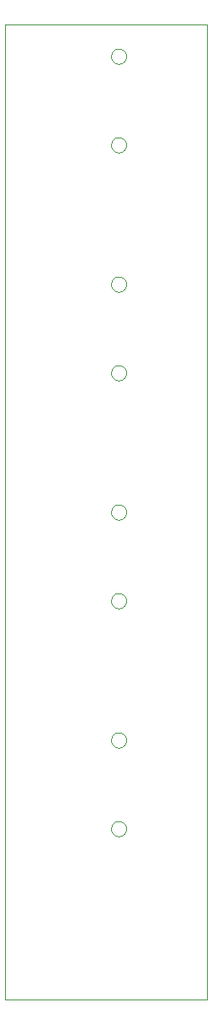
<source format=gko>
G75*
%MOIN*%
%OFA0B0*%
%FSLAX24Y24*%
%IPPOS*%
%LPD*%
%AMOC8*
5,1,8,0,0,1.08239X$1,22.5*
%
%ADD10C,0.0000*%
D10*
X000160Y000470D02*
X000160Y038970D01*
X008160Y038970D01*
X008160Y000470D01*
X000160Y000470D01*
X004360Y007220D02*
X004362Y007254D01*
X004368Y007288D01*
X004377Y007321D01*
X004391Y007352D01*
X004408Y007382D01*
X004428Y007410D01*
X004451Y007435D01*
X004477Y007458D01*
X004505Y007477D01*
X004535Y007493D01*
X004567Y007505D01*
X004600Y007514D01*
X004634Y007519D01*
X004669Y007520D01*
X004703Y007517D01*
X004736Y007510D01*
X004769Y007500D01*
X004800Y007485D01*
X004829Y007468D01*
X004856Y007447D01*
X004881Y007423D01*
X004903Y007396D01*
X004921Y007368D01*
X004936Y007337D01*
X004948Y007305D01*
X004956Y007271D01*
X004960Y007237D01*
X004960Y007203D01*
X004956Y007169D01*
X004948Y007135D01*
X004936Y007103D01*
X004921Y007072D01*
X004903Y007044D01*
X004881Y007017D01*
X004856Y006993D01*
X004829Y006972D01*
X004800Y006955D01*
X004769Y006940D01*
X004736Y006930D01*
X004703Y006923D01*
X004669Y006920D01*
X004634Y006921D01*
X004600Y006926D01*
X004567Y006935D01*
X004535Y006947D01*
X004505Y006963D01*
X004477Y006982D01*
X004451Y007005D01*
X004428Y007030D01*
X004408Y007058D01*
X004391Y007088D01*
X004377Y007119D01*
X004368Y007152D01*
X004362Y007186D01*
X004360Y007220D01*
X004360Y010720D02*
X004362Y010754D01*
X004368Y010788D01*
X004377Y010821D01*
X004391Y010852D01*
X004408Y010882D01*
X004428Y010910D01*
X004451Y010935D01*
X004477Y010958D01*
X004505Y010977D01*
X004535Y010993D01*
X004567Y011005D01*
X004600Y011014D01*
X004634Y011019D01*
X004669Y011020D01*
X004703Y011017D01*
X004736Y011010D01*
X004769Y011000D01*
X004800Y010985D01*
X004829Y010968D01*
X004856Y010947D01*
X004881Y010923D01*
X004903Y010896D01*
X004921Y010868D01*
X004936Y010837D01*
X004948Y010805D01*
X004956Y010771D01*
X004960Y010737D01*
X004960Y010703D01*
X004956Y010669D01*
X004948Y010635D01*
X004936Y010603D01*
X004921Y010572D01*
X004903Y010544D01*
X004881Y010517D01*
X004856Y010493D01*
X004829Y010472D01*
X004800Y010455D01*
X004769Y010440D01*
X004736Y010430D01*
X004703Y010423D01*
X004669Y010420D01*
X004634Y010421D01*
X004600Y010426D01*
X004567Y010435D01*
X004535Y010447D01*
X004505Y010463D01*
X004477Y010482D01*
X004451Y010505D01*
X004428Y010530D01*
X004408Y010558D01*
X004391Y010588D01*
X004377Y010619D01*
X004368Y010652D01*
X004362Y010686D01*
X004360Y010720D01*
X004360Y016220D02*
X004362Y016254D01*
X004368Y016288D01*
X004377Y016321D01*
X004391Y016352D01*
X004408Y016382D01*
X004428Y016410D01*
X004451Y016435D01*
X004477Y016458D01*
X004505Y016477D01*
X004535Y016493D01*
X004567Y016505D01*
X004600Y016514D01*
X004634Y016519D01*
X004669Y016520D01*
X004703Y016517D01*
X004736Y016510D01*
X004769Y016500D01*
X004800Y016485D01*
X004829Y016468D01*
X004856Y016447D01*
X004881Y016423D01*
X004903Y016396D01*
X004921Y016368D01*
X004936Y016337D01*
X004948Y016305D01*
X004956Y016271D01*
X004960Y016237D01*
X004960Y016203D01*
X004956Y016169D01*
X004948Y016135D01*
X004936Y016103D01*
X004921Y016072D01*
X004903Y016044D01*
X004881Y016017D01*
X004856Y015993D01*
X004829Y015972D01*
X004800Y015955D01*
X004769Y015940D01*
X004736Y015930D01*
X004703Y015923D01*
X004669Y015920D01*
X004634Y015921D01*
X004600Y015926D01*
X004567Y015935D01*
X004535Y015947D01*
X004505Y015963D01*
X004477Y015982D01*
X004451Y016005D01*
X004428Y016030D01*
X004408Y016058D01*
X004391Y016088D01*
X004377Y016119D01*
X004368Y016152D01*
X004362Y016186D01*
X004360Y016220D01*
X004360Y019720D02*
X004362Y019754D01*
X004368Y019788D01*
X004377Y019821D01*
X004391Y019852D01*
X004408Y019882D01*
X004428Y019910D01*
X004451Y019935D01*
X004477Y019958D01*
X004505Y019977D01*
X004535Y019993D01*
X004567Y020005D01*
X004600Y020014D01*
X004634Y020019D01*
X004669Y020020D01*
X004703Y020017D01*
X004736Y020010D01*
X004769Y020000D01*
X004800Y019985D01*
X004829Y019968D01*
X004856Y019947D01*
X004881Y019923D01*
X004903Y019896D01*
X004921Y019868D01*
X004936Y019837D01*
X004948Y019805D01*
X004956Y019771D01*
X004960Y019737D01*
X004960Y019703D01*
X004956Y019669D01*
X004948Y019635D01*
X004936Y019603D01*
X004921Y019572D01*
X004903Y019544D01*
X004881Y019517D01*
X004856Y019493D01*
X004829Y019472D01*
X004800Y019455D01*
X004769Y019440D01*
X004736Y019430D01*
X004703Y019423D01*
X004669Y019420D01*
X004634Y019421D01*
X004600Y019426D01*
X004567Y019435D01*
X004535Y019447D01*
X004505Y019463D01*
X004477Y019482D01*
X004451Y019505D01*
X004428Y019530D01*
X004408Y019558D01*
X004391Y019588D01*
X004377Y019619D01*
X004368Y019652D01*
X004362Y019686D01*
X004360Y019720D01*
X004360Y025220D02*
X004362Y025254D01*
X004368Y025288D01*
X004377Y025321D01*
X004391Y025352D01*
X004408Y025382D01*
X004428Y025410D01*
X004451Y025435D01*
X004477Y025458D01*
X004505Y025477D01*
X004535Y025493D01*
X004567Y025505D01*
X004600Y025514D01*
X004634Y025519D01*
X004669Y025520D01*
X004703Y025517D01*
X004736Y025510D01*
X004769Y025500D01*
X004800Y025485D01*
X004829Y025468D01*
X004856Y025447D01*
X004881Y025423D01*
X004903Y025396D01*
X004921Y025368D01*
X004936Y025337D01*
X004948Y025305D01*
X004956Y025271D01*
X004960Y025237D01*
X004960Y025203D01*
X004956Y025169D01*
X004948Y025135D01*
X004936Y025103D01*
X004921Y025072D01*
X004903Y025044D01*
X004881Y025017D01*
X004856Y024993D01*
X004829Y024972D01*
X004800Y024955D01*
X004769Y024940D01*
X004736Y024930D01*
X004703Y024923D01*
X004669Y024920D01*
X004634Y024921D01*
X004600Y024926D01*
X004567Y024935D01*
X004535Y024947D01*
X004505Y024963D01*
X004477Y024982D01*
X004451Y025005D01*
X004428Y025030D01*
X004408Y025058D01*
X004391Y025088D01*
X004377Y025119D01*
X004368Y025152D01*
X004362Y025186D01*
X004360Y025220D01*
X004360Y028720D02*
X004362Y028754D01*
X004368Y028788D01*
X004377Y028821D01*
X004391Y028852D01*
X004408Y028882D01*
X004428Y028910D01*
X004451Y028935D01*
X004477Y028958D01*
X004505Y028977D01*
X004535Y028993D01*
X004567Y029005D01*
X004600Y029014D01*
X004634Y029019D01*
X004669Y029020D01*
X004703Y029017D01*
X004736Y029010D01*
X004769Y029000D01*
X004800Y028985D01*
X004829Y028968D01*
X004856Y028947D01*
X004881Y028923D01*
X004903Y028896D01*
X004921Y028868D01*
X004936Y028837D01*
X004948Y028805D01*
X004956Y028771D01*
X004960Y028737D01*
X004960Y028703D01*
X004956Y028669D01*
X004948Y028635D01*
X004936Y028603D01*
X004921Y028572D01*
X004903Y028544D01*
X004881Y028517D01*
X004856Y028493D01*
X004829Y028472D01*
X004800Y028455D01*
X004769Y028440D01*
X004736Y028430D01*
X004703Y028423D01*
X004669Y028420D01*
X004634Y028421D01*
X004600Y028426D01*
X004567Y028435D01*
X004535Y028447D01*
X004505Y028463D01*
X004477Y028482D01*
X004451Y028505D01*
X004428Y028530D01*
X004408Y028558D01*
X004391Y028588D01*
X004377Y028619D01*
X004368Y028652D01*
X004362Y028686D01*
X004360Y028720D01*
X004360Y034220D02*
X004362Y034254D01*
X004368Y034288D01*
X004377Y034321D01*
X004391Y034352D01*
X004408Y034382D01*
X004428Y034410D01*
X004451Y034435D01*
X004477Y034458D01*
X004505Y034477D01*
X004535Y034493D01*
X004567Y034505D01*
X004600Y034514D01*
X004634Y034519D01*
X004669Y034520D01*
X004703Y034517D01*
X004736Y034510D01*
X004769Y034500D01*
X004800Y034485D01*
X004829Y034468D01*
X004856Y034447D01*
X004881Y034423D01*
X004903Y034396D01*
X004921Y034368D01*
X004936Y034337D01*
X004948Y034305D01*
X004956Y034271D01*
X004960Y034237D01*
X004960Y034203D01*
X004956Y034169D01*
X004948Y034135D01*
X004936Y034103D01*
X004921Y034072D01*
X004903Y034044D01*
X004881Y034017D01*
X004856Y033993D01*
X004829Y033972D01*
X004800Y033955D01*
X004769Y033940D01*
X004736Y033930D01*
X004703Y033923D01*
X004669Y033920D01*
X004634Y033921D01*
X004600Y033926D01*
X004567Y033935D01*
X004535Y033947D01*
X004505Y033963D01*
X004477Y033982D01*
X004451Y034005D01*
X004428Y034030D01*
X004408Y034058D01*
X004391Y034088D01*
X004377Y034119D01*
X004368Y034152D01*
X004362Y034186D01*
X004360Y034220D01*
X004360Y037720D02*
X004362Y037754D01*
X004368Y037788D01*
X004377Y037821D01*
X004391Y037852D01*
X004408Y037882D01*
X004428Y037910D01*
X004451Y037935D01*
X004477Y037958D01*
X004505Y037977D01*
X004535Y037993D01*
X004567Y038005D01*
X004600Y038014D01*
X004634Y038019D01*
X004669Y038020D01*
X004703Y038017D01*
X004736Y038010D01*
X004769Y038000D01*
X004800Y037985D01*
X004829Y037968D01*
X004856Y037947D01*
X004881Y037923D01*
X004903Y037896D01*
X004921Y037868D01*
X004936Y037837D01*
X004948Y037805D01*
X004956Y037771D01*
X004960Y037737D01*
X004960Y037703D01*
X004956Y037669D01*
X004948Y037635D01*
X004936Y037603D01*
X004921Y037572D01*
X004903Y037544D01*
X004881Y037517D01*
X004856Y037493D01*
X004829Y037472D01*
X004800Y037455D01*
X004769Y037440D01*
X004736Y037430D01*
X004703Y037423D01*
X004669Y037420D01*
X004634Y037421D01*
X004600Y037426D01*
X004567Y037435D01*
X004535Y037447D01*
X004505Y037463D01*
X004477Y037482D01*
X004451Y037505D01*
X004428Y037530D01*
X004408Y037558D01*
X004391Y037588D01*
X004377Y037619D01*
X004368Y037652D01*
X004362Y037686D01*
X004360Y037720D01*
M02*

</source>
